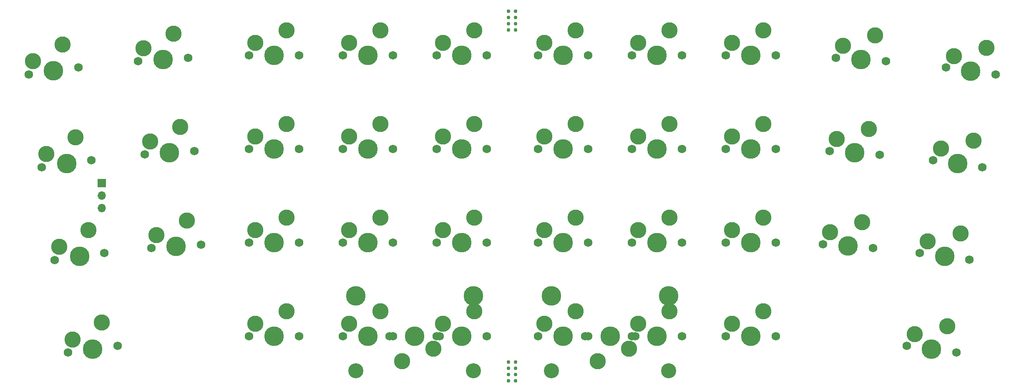
<source format=gbr>
%TF.GenerationSoftware,KiCad,Pcbnew,(7.0.0)*%
%TF.CreationDate,2023-08-19T14:18:27+02:00*%
%TF.ProjectId,tinyv pcb,74696e79-7620-4706-9362-2e6b69636164,rev?*%
%TF.SameCoordinates,Original*%
%TF.FileFunction,Soldermask,Top*%
%TF.FilePolarity,Negative*%
%FSLAX46Y46*%
G04 Gerber Fmt 4.6, Leading zero omitted, Abs format (unit mm)*
G04 Created by KiCad (PCBNEW (7.0.0)) date 2023-08-19 14:18:27*
%MOMM*%
%LPD*%
G01*
G04 APERTURE LIST*
%ADD10C,0.750000*%
%ADD11C,3.048000*%
%ADD12C,3.987800*%
%ADD13C,1.750000*%
%ADD14C,3.300000*%
%ADD15R,1.700000X1.700000*%
%ADD16O,1.700000X1.700000*%
G04 APERTURE END LIST*
D10*
%TO.C,REF\u002A\u002A*%
X153840153Y-97140354D03*
X153840153Y-95870354D03*
X153840153Y-94600354D03*
X153840153Y-93330354D03*
%TD*%
%TO.C,REF\u002A\u002A*%
X152389738Y-93317523D03*
X152389738Y-94587523D03*
X152389738Y-95857523D03*
X152389738Y-97127523D03*
%TD*%
%TO.C,REF\u002A\u002A*%
X152400000Y-21907500D03*
X152400000Y-23177500D03*
X152400000Y-24447500D03*
X152400000Y-25717500D03*
%TD*%
D11*
%TO.C,S1*%
X145256250Y-95091250D03*
D12*
X145256250Y-79851250D03*
D11*
X121443750Y-95091250D03*
D12*
X121443750Y-79851250D03*
%TD*%
D11*
%TO.C,S2*%
X184943750Y-95091250D03*
D12*
X184943750Y-79851250D03*
D11*
X161131250Y-95091250D03*
D12*
X161131250Y-79851250D03*
%TD*%
D10*
%TO.C,REF\u002A\u002A*%
X153850415Y-25730331D03*
X153850415Y-24460331D03*
X153850415Y-23190331D03*
X153850415Y-21920331D03*
%TD*%
D13*
%TO.C,MX4*%
X128905000Y-30956250D03*
D12*
X123825000Y-30956250D03*
D13*
X118745000Y-30956250D03*
D14*
X120015000Y-28416250D03*
X126365000Y-25876250D03*
%TD*%
D13*
%TO.C,MX23*%
X109855000Y-69056250D03*
D12*
X104775000Y-69056250D03*
D13*
X99695000Y-69056250D03*
D14*
X100965000Y-66516250D03*
X107315000Y-63976250D03*
%TD*%
D13*
%TO.C,MX12*%
X88673028Y-50390124D03*
D12*
X83605403Y-50744487D03*
D13*
X78537778Y-51098850D03*
D14*
X79627503Y-48476446D03*
X85784853Y-45499680D03*
%TD*%
D13*
%TO.C,MX34*%
X128905000Y-88106250D03*
D12*
X123825000Y-88106250D03*
D13*
X118745000Y-88106250D03*
D14*
X120015000Y-85566250D03*
X126365000Y-83026250D03*
%TD*%
D13*
%TO.C,MX8*%
X206692500Y-30956250D03*
D12*
X201612500Y-30956250D03*
D13*
X196532500Y-30956250D03*
D14*
X197802500Y-28416250D03*
X204152500Y-25876250D03*
%TD*%
D13*
%TO.C,MX40*%
X243308750Y-91393854D03*
D12*
X238278188Y-90686855D03*
D13*
X233247626Y-89979856D03*
D14*
X234858766Y-87641325D03*
X241500468Y-86009793D03*
%TD*%
D13*
%TO.C,MX15*%
X147955000Y-50006250D03*
D12*
X142875000Y-50006250D03*
D13*
X137795000Y-50006250D03*
D14*
X139065000Y-47466250D03*
X145415000Y-44926250D03*
%TD*%
D13*
%TO.C,MX27*%
X187642500Y-69056250D03*
D12*
X182562500Y-69056250D03*
D13*
X177482500Y-69056250D03*
D14*
X178752500Y-66516250D03*
X185102500Y-63976250D03*
%TD*%
D13*
%TO.C,MX1*%
X65075218Y-33386871D03*
D12*
X60044656Y-34093870D03*
D13*
X55014094Y-34800869D03*
D14*
X55918235Y-32108839D03*
X61852938Y-28709809D03*
%TD*%
D13*
%TO.C,MX17*%
X187642500Y-50006250D03*
D12*
X182562500Y-50006250D03*
D13*
X177482500Y-50006250D03*
D14*
X178752500Y-47466250D03*
X185102500Y-44926250D03*
%TD*%
D15*
%TO.C,J3*%
X69811963Y-56944999D03*
D16*
X69811963Y-59484999D03*
X69811963Y-62024999D03*
%TD*%
D13*
%TO.C,MX14*%
X128905000Y-50006250D03*
D12*
X123825000Y-50006250D03*
D13*
X118745000Y-50006250D03*
D14*
X120015000Y-47466250D03*
X126365000Y-44926250D03*
%TD*%
D13*
%TO.C,MX22*%
X90023794Y-69408418D03*
D12*
X84956169Y-69762781D03*
D13*
X79888544Y-70117144D03*
D14*
X80978269Y-67494740D03*
X87135619Y-64517974D03*
%TD*%
D13*
%TO.C,MX3*%
X109855000Y-30956250D03*
D12*
X104775000Y-30956250D03*
D13*
X99695000Y-30956250D03*
D14*
X100965000Y-28416250D03*
X107315000Y-25876250D03*
%TD*%
D13*
%TO.C,MX28*%
X206692500Y-69056250D03*
D12*
X201612500Y-69056250D03*
D13*
X196532500Y-69056250D03*
D14*
X197802500Y-66516250D03*
X204152500Y-63976250D03*
%TD*%
D13*
%TO.C,MX39*%
X167957500Y-88106250D03*
D12*
X173037500Y-88106250D03*
D13*
X178117500Y-88106250D03*
D14*
X176847500Y-90646250D03*
X170497500Y-93186250D03*
%TD*%
D13*
%TO.C,MX30*%
X245947982Y-72530750D03*
D12*
X240917420Y-71823751D03*
D13*
X235886858Y-71116752D03*
D14*
X237497998Y-68778221D03*
X244139700Y-67146689D03*
%TD*%
D13*
%TO.C,MX29*%
X226369242Y-70092225D03*
D12*
X221301617Y-69737862D03*
D13*
X216233992Y-69383499D03*
D14*
X217678079Y-66938277D03*
X224189793Y-64847418D03*
%TD*%
D13*
%TO.C,MX35*%
X147955000Y-88106250D03*
D12*
X142875000Y-88106250D03*
D13*
X137795000Y-88106250D03*
D14*
X139065000Y-85566250D03*
X145415000Y-83026250D03*
%TD*%
D13*
%TO.C,MX20*%
X248612134Y-53667645D03*
D12*
X243581572Y-52960646D03*
D13*
X238551010Y-52253647D03*
D14*
X240162150Y-49915116D03*
X246803852Y-48283584D03*
%TD*%
D13*
%TO.C,MX24*%
X128905000Y-69056250D03*
D12*
X123825000Y-69056250D03*
D13*
X118745000Y-69056250D03*
D14*
X120015000Y-66516250D03*
X126365000Y-63976250D03*
%TD*%
D13*
%TO.C,MX26*%
X168592500Y-69056250D03*
D12*
X163512500Y-69056250D03*
D13*
X158432500Y-69056250D03*
D14*
X159702500Y-66516250D03*
X166052500Y-63976250D03*
%TD*%
D13*
%TO.C,MX5*%
X147955000Y-30956250D03*
D12*
X142875000Y-30956250D03*
D13*
X137795000Y-30956250D03*
D14*
X139065000Y-28416250D03*
X145415000Y-25876250D03*
%TD*%
D13*
%TO.C,MX37*%
X187642500Y-88106250D03*
D12*
X182562500Y-88106250D03*
D13*
X177482500Y-88106250D03*
D14*
X178752500Y-85566250D03*
X185102500Y-83026250D03*
%TD*%
D13*
%TO.C,MX7*%
X187642500Y-30956250D03*
D12*
X182562500Y-30956250D03*
D13*
X177482500Y-30956250D03*
D14*
X178752500Y-28416250D03*
X185102500Y-25876250D03*
%TD*%
D13*
%TO.C,MX2*%
X87337281Y-31395636D03*
D12*
X82269656Y-31749999D03*
D13*
X77202031Y-32104362D03*
D14*
X78291756Y-29481958D03*
X84449106Y-26505192D03*
%TD*%
D13*
%TO.C,MX21*%
X70369814Y-71124095D03*
D12*
X65339252Y-71831094D03*
D13*
X60308690Y-72538093D03*
D14*
X61212831Y-69846063D03*
X67147534Y-66447033D03*
%TD*%
D13*
%TO.C,MX33*%
X109855000Y-88106250D03*
D12*
X104775000Y-88106250D03*
D13*
X99695000Y-88106250D03*
D14*
X100965000Y-85566250D03*
X107315000Y-83026250D03*
%TD*%
D13*
%TO.C,MX38*%
X206692500Y-88106250D03*
D12*
X201612500Y-88106250D03*
D13*
X196532500Y-88106250D03*
D14*
X197802500Y-85566250D03*
X204152500Y-83026250D03*
%TD*%
D13*
%TO.C,MX10*%
X251246263Y-34809900D03*
D12*
X246215701Y-34102901D03*
D13*
X241185139Y-33395902D03*
D14*
X242796279Y-31057371D03*
X249437981Y-29425839D03*
%TD*%
D13*
%TO.C,MX18*%
X206692500Y-50006250D03*
D12*
X201612500Y-50006250D03*
D13*
X196532500Y-50006250D03*
D14*
X197802500Y-47466250D03*
X204152500Y-44926250D03*
%TD*%
D13*
%TO.C,MX32*%
X128270000Y-88106250D03*
D12*
X133350000Y-88106250D03*
D13*
X138430000Y-88106250D03*
D14*
X137160000Y-90646250D03*
X130810000Y-93186250D03*
%TD*%
D13*
%TO.C,MX31*%
X73041309Y-89994874D03*
D12*
X68010747Y-90701873D03*
D13*
X62980185Y-91408872D03*
D14*
X63884326Y-88716842D03*
X69819029Y-85317812D03*
%TD*%
D13*
%TO.C,MX36*%
X168592500Y-88106250D03*
D12*
X163512500Y-88106250D03*
D13*
X158432500Y-88106250D03*
D14*
X159702500Y-85566250D03*
X166052500Y-83026250D03*
%TD*%
D13*
%TO.C,MX11*%
X67749271Y-52241188D03*
D12*
X62718709Y-52948187D03*
D13*
X57688147Y-53655186D03*
D14*
X58592288Y-50963156D03*
X64526991Y-47564126D03*
%TD*%
D13*
%TO.C,MX16*%
X168592500Y-50006250D03*
D12*
X163512500Y-50006250D03*
D13*
X158432500Y-50006250D03*
D14*
X159702500Y-47466250D03*
X166052500Y-44926250D03*
%TD*%
D13*
%TO.C,MX25*%
X147955000Y-69056250D03*
D12*
X142875000Y-69056250D03*
D13*
X137795000Y-69056250D03*
D14*
X139065000Y-66516250D03*
X145415000Y-63976250D03*
%TD*%
D13*
%TO.C,MX9*%
X229004802Y-32116822D03*
D12*
X223937177Y-31762459D03*
D13*
X218869552Y-31408096D03*
D14*
X220313639Y-28962874D03*
X226825353Y-26872015D03*
%TD*%
D13*
%TO.C,MX19*%
X227728795Y-51120655D03*
D12*
X222661170Y-50766292D03*
D13*
X217593545Y-50411929D03*
D14*
X219037632Y-47966707D03*
X225549346Y-45875848D03*
%TD*%
D13*
%TO.C,MX13*%
X109855000Y-50006250D03*
D12*
X104775000Y-50006250D03*
D13*
X99695000Y-50006250D03*
D14*
X100965000Y-47466250D03*
X107315000Y-44926250D03*
%TD*%
D13*
%TO.C,MX6*%
X168592500Y-30956250D03*
D12*
X163512500Y-30956250D03*
D13*
X158432500Y-30956250D03*
D14*
X159702500Y-28416250D03*
X166052500Y-25876250D03*
%TD*%
M02*

</source>
